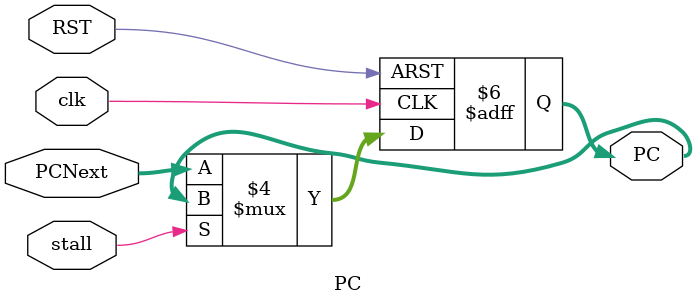
<source format=v>
module PC (
	input wire												clk,RST,stall,
	input wire 				[31:0]					PCNext,
	output reg					[31:0]					PC	
);

always@(posedge clk or negedge RST)
	begin
		if(!RST)
			begin
				PC<=32'b0 ;
			end
		else if(!stall)
			begin
				PC<=PCNext ;				
			end
	end

endmodule
</source>
